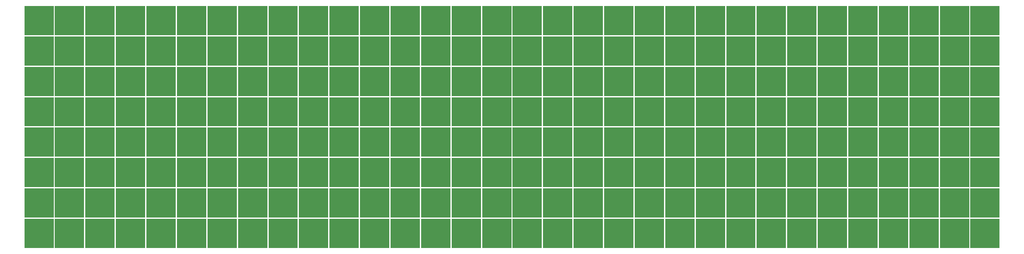
<source format=gts>
G04 #@! TF.GenerationSoftware,KiCad,Pcbnew,6.0.8+dfsg-1~bpo11+1*
G04 #@! TF.CreationDate,2023-05-15T15:28:38-04:00*
G04 #@! TF.ProjectId,07_padded_interleaved_tight,30375f70-6164-4646-9564-5f696e746572,rev?*
G04 #@! TF.SameCoordinates,Original*
G04 #@! TF.FileFunction,Soldermask,Top*
G04 #@! TF.FilePolarity,Negative*
%FSLAX46Y46*%
G04 Gerber Fmt 4.6, Leading zero omitted, Abs format (unit mm)*
G04 Created by KiCad (PCBNEW 6.0.8+dfsg-1~bpo11+1) date 2023-05-15 15:28:38*
%MOMM*%
%LPD*%
G01*
G04 APERTURE LIST*
G04 APERTURE END LIST*
G36*
X63040000Y-73730000D02*
G01*
X68790000Y-73730000D01*
X68790000Y-79480000D01*
X63040000Y-79480000D01*
X63040000Y-73730000D01*
G37*
G36*
X141040000Y-61730000D02*
G01*
X146790000Y-61730000D01*
X146790000Y-67480000D01*
X141040000Y-67480000D01*
X141040000Y-61730000D01*
G37*
G36*
X129040000Y-55730000D02*
G01*
X134790000Y-55730000D01*
X134790000Y-61480000D01*
X129040000Y-61480000D01*
X129040000Y-55730000D01*
G37*
G36*
X189040000Y-73730000D02*
G01*
X194790000Y-73730000D01*
X194790000Y-79480000D01*
X189040000Y-79480000D01*
X189040000Y-73730000D01*
G37*
G36*
X201040000Y-91730000D02*
G01*
X206790000Y-91730000D01*
X206790000Y-97480000D01*
X201040000Y-97480000D01*
X201040000Y-91730000D01*
G37*
G36*
X81040000Y-79730000D02*
G01*
X86790000Y-79730000D01*
X86790000Y-85480000D01*
X81040000Y-85480000D01*
X81040000Y-79730000D01*
G37*
G36*
X111040000Y-85730000D02*
G01*
X116790000Y-85730000D01*
X116790000Y-91480000D01*
X111040000Y-91480000D01*
X111040000Y-85730000D01*
G37*
G36*
X147040000Y-79730000D02*
G01*
X152790000Y-79730000D01*
X152790000Y-85480000D01*
X147040000Y-85480000D01*
X147040000Y-79730000D01*
G37*
G36*
X69040000Y-67730000D02*
G01*
X74790000Y-67730000D01*
X74790000Y-73480000D01*
X69040000Y-73480000D01*
X69040000Y-67730000D01*
G37*
G36*
X231040000Y-67730000D02*
G01*
X236790000Y-67730000D01*
X236790000Y-73480000D01*
X231040000Y-73480000D01*
X231040000Y-67730000D01*
G37*
G36*
X105040000Y-79730000D02*
G01*
X110790000Y-79730000D01*
X110790000Y-85480000D01*
X105040000Y-85480000D01*
X105040000Y-79730000D01*
G37*
G36*
X249040000Y-73730000D02*
G01*
X254790000Y-73730000D01*
X254790000Y-79480000D01*
X249040000Y-79480000D01*
X249040000Y-73730000D01*
G37*
G36*
X105040000Y-91730000D02*
G01*
X110790000Y-91730000D01*
X110790000Y-97480000D01*
X105040000Y-97480000D01*
X105040000Y-91730000D01*
G37*
G36*
X111040000Y-79730000D02*
G01*
X116790000Y-79730000D01*
X116790000Y-85480000D01*
X111040000Y-85480000D01*
X111040000Y-79730000D01*
G37*
G36*
X141040000Y-73730000D02*
G01*
X146790000Y-73730000D01*
X146790000Y-79480000D01*
X141040000Y-79480000D01*
X141040000Y-73730000D01*
G37*
G36*
X195040000Y-61730000D02*
G01*
X200790000Y-61730000D01*
X200790000Y-67480000D01*
X195040000Y-67480000D01*
X195040000Y-61730000D01*
G37*
G36*
X123040000Y-55730000D02*
G01*
X128790000Y-55730000D01*
X128790000Y-61480000D01*
X123040000Y-61480000D01*
X123040000Y-55730000D01*
G37*
G36*
X219040000Y-91730000D02*
G01*
X224790000Y-91730000D01*
X224790000Y-97480000D01*
X219040000Y-97480000D01*
X219040000Y-91730000D01*
G37*
G36*
X153040000Y-73730000D02*
G01*
X158790000Y-73730000D01*
X158790000Y-79480000D01*
X153040000Y-79480000D01*
X153040000Y-73730000D01*
G37*
G36*
X135040000Y-97730000D02*
G01*
X140790000Y-97730000D01*
X140790000Y-103480000D01*
X135040000Y-103480000D01*
X135040000Y-97730000D01*
G37*
G36*
X105040000Y-73730000D02*
G01*
X110790000Y-73730000D01*
X110790000Y-79480000D01*
X105040000Y-79480000D01*
X105040000Y-73730000D01*
G37*
G36*
X207040000Y-91730000D02*
G01*
X212790000Y-91730000D01*
X212790000Y-97480000D01*
X207040000Y-97480000D01*
X207040000Y-91730000D01*
G37*
G36*
X117040000Y-67730000D02*
G01*
X122790000Y-67730000D01*
X122790000Y-73480000D01*
X117040000Y-73480000D01*
X117040000Y-67730000D01*
G37*
G36*
X249040000Y-67730000D02*
G01*
X254790000Y-67730000D01*
X254790000Y-73480000D01*
X249040000Y-73480000D01*
X249040000Y-67730000D01*
G37*
G36*
X117040000Y-73730000D02*
G01*
X122790000Y-73730000D01*
X122790000Y-79480000D01*
X117040000Y-79480000D01*
X117040000Y-73730000D01*
G37*
G36*
X147040000Y-55730000D02*
G01*
X152790000Y-55730000D01*
X152790000Y-61480000D01*
X147040000Y-61480000D01*
X147040000Y-55730000D01*
G37*
G36*
X99040000Y-85730000D02*
G01*
X104790000Y-85730000D01*
X104790000Y-91480000D01*
X99040000Y-91480000D01*
X99040000Y-85730000D01*
G37*
G36*
X177040000Y-67730000D02*
G01*
X182790000Y-67730000D01*
X182790000Y-73480000D01*
X177040000Y-73480000D01*
X177040000Y-67730000D01*
G37*
G36*
X153040000Y-67730000D02*
G01*
X158790000Y-67730000D01*
X158790000Y-73480000D01*
X153040000Y-73480000D01*
X153040000Y-67730000D01*
G37*
G36*
X243040000Y-73730000D02*
G01*
X248790000Y-73730000D01*
X248790000Y-79480000D01*
X243040000Y-79480000D01*
X243040000Y-73730000D01*
G37*
G36*
X93040000Y-97730000D02*
G01*
X98790000Y-97730000D01*
X98790000Y-103480000D01*
X93040000Y-103480000D01*
X93040000Y-97730000D01*
G37*
G36*
X171040000Y-97730000D02*
G01*
X176790000Y-97730000D01*
X176790000Y-103480000D01*
X171040000Y-103480000D01*
X171040000Y-97730000D01*
G37*
G36*
X159040000Y-97730000D02*
G01*
X164790000Y-97730000D01*
X164790000Y-103480000D01*
X159040000Y-103480000D01*
X159040000Y-97730000D01*
G37*
G36*
X177040000Y-85730000D02*
G01*
X182790000Y-85730000D01*
X182790000Y-91480000D01*
X177040000Y-91480000D01*
X177040000Y-85730000D01*
G37*
G36*
X63040000Y-61730000D02*
G01*
X68790000Y-61730000D01*
X68790000Y-67480000D01*
X63040000Y-67480000D01*
X63040000Y-61730000D01*
G37*
G36*
X123040000Y-73730000D02*
G01*
X128790000Y-73730000D01*
X128790000Y-79480000D01*
X123040000Y-79480000D01*
X123040000Y-73730000D01*
G37*
G36*
X195040000Y-73730000D02*
G01*
X200790000Y-73730000D01*
X200790000Y-79480000D01*
X195040000Y-79480000D01*
X195040000Y-73730000D01*
G37*
G36*
X195040000Y-79730000D02*
G01*
X200790000Y-79730000D01*
X200790000Y-85480000D01*
X195040000Y-85480000D01*
X195040000Y-79730000D01*
G37*
G36*
X249040000Y-61730000D02*
G01*
X254790000Y-61730000D01*
X254790000Y-67480000D01*
X249040000Y-67480000D01*
X249040000Y-61730000D01*
G37*
G36*
X213040000Y-79730000D02*
G01*
X218790000Y-79730000D01*
X218790000Y-85480000D01*
X213040000Y-85480000D01*
X213040000Y-79730000D01*
G37*
G36*
X135040000Y-79730000D02*
G01*
X140790000Y-79730000D01*
X140790000Y-85480000D01*
X135040000Y-85480000D01*
X135040000Y-79730000D01*
G37*
G36*
X237040000Y-85730000D02*
G01*
X242790000Y-85730000D01*
X242790000Y-91480000D01*
X237040000Y-91480000D01*
X237040000Y-85730000D01*
G37*
G36*
X69040000Y-91730000D02*
G01*
X74790000Y-91730000D01*
X74790000Y-97480000D01*
X69040000Y-97480000D01*
X69040000Y-91730000D01*
G37*
G36*
X63040000Y-79730000D02*
G01*
X68790000Y-79730000D01*
X68790000Y-85480000D01*
X63040000Y-85480000D01*
X63040000Y-79730000D01*
G37*
G36*
X87040000Y-97730000D02*
G01*
X92790000Y-97730000D01*
X92790000Y-103480000D01*
X87040000Y-103480000D01*
X87040000Y-97730000D01*
G37*
G36*
X201040000Y-79730000D02*
G01*
X206790000Y-79730000D01*
X206790000Y-85480000D01*
X201040000Y-85480000D01*
X201040000Y-79730000D01*
G37*
G36*
X153040000Y-55730000D02*
G01*
X158790000Y-55730000D01*
X158790000Y-61480000D01*
X153040000Y-61480000D01*
X153040000Y-55730000D01*
G37*
G36*
X69040000Y-55730000D02*
G01*
X74790000Y-55730000D01*
X74790000Y-61480000D01*
X69040000Y-61480000D01*
X69040000Y-55730000D01*
G37*
G36*
X225040000Y-97730000D02*
G01*
X230790000Y-97730000D01*
X230790000Y-103480000D01*
X225040000Y-103480000D01*
X225040000Y-97730000D01*
G37*
G36*
X123040000Y-67730000D02*
G01*
X128790000Y-67730000D01*
X128790000Y-73480000D01*
X123040000Y-73480000D01*
X123040000Y-67730000D01*
G37*
G36*
X225040000Y-67730000D02*
G01*
X230790000Y-67730000D01*
X230790000Y-73480000D01*
X225040000Y-73480000D01*
X225040000Y-67730000D01*
G37*
G36*
X99040000Y-97730000D02*
G01*
X104790000Y-97730000D01*
X104790000Y-103480000D01*
X99040000Y-103480000D01*
X99040000Y-97730000D01*
G37*
G36*
X93040000Y-55730000D02*
G01*
X98790000Y-55730000D01*
X98790000Y-61480000D01*
X93040000Y-61480000D01*
X93040000Y-55730000D01*
G37*
G36*
X93040000Y-85730000D02*
G01*
X98790000Y-85730000D01*
X98790000Y-91480000D01*
X93040000Y-91480000D01*
X93040000Y-85730000D01*
G37*
G36*
X123040000Y-91730000D02*
G01*
X128790000Y-91730000D01*
X128790000Y-97480000D01*
X123040000Y-97480000D01*
X123040000Y-91730000D01*
G37*
G36*
X63040000Y-85730000D02*
G01*
X68790000Y-85730000D01*
X68790000Y-91480000D01*
X63040000Y-91480000D01*
X63040000Y-85730000D01*
G37*
G36*
X147040000Y-91730000D02*
G01*
X152790000Y-91730000D01*
X152790000Y-97480000D01*
X147040000Y-97480000D01*
X147040000Y-91730000D01*
G37*
G36*
X231040000Y-55730000D02*
G01*
X236790000Y-55730000D01*
X236790000Y-61480000D01*
X231040000Y-61480000D01*
X231040000Y-55730000D01*
G37*
G36*
X99040000Y-67730000D02*
G01*
X104790000Y-67730000D01*
X104790000Y-73480000D01*
X99040000Y-73480000D01*
X99040000Y-67730000D01*
G37*
G36*
X171040000Y-61730000D02*
G01*
X176790000Y-61730000D01*
X176790000Y-67480000D01*
X171040000Y-67480000D01*
X171040000Y-61730000D01*
G37*
G36*
X87040000Y-79730000D02*
G01*
X92790000Y-79730000D01*
X92790000Y-85480000D01*
X87040000Y-85480000D01*
X87040000Y-79730000D01*
G37*
G36*
X183040000Y-73730000D02*
G01*
X188790000Y-73730000D01*
X188790000Y-79480000D01*
X183040000Y-79480000D01*
X183040000Y-73730000D01*
G37*
G36*
X87040000Y-85730000D02*
G01*
X92790000Y-85730000D01*
X92790000Y-91480000D01*
X87040000Y-91480000D01*
X87040000Y-85730000D01*
G37*
G36*
X213040000Y-61730000D02*
G01*
X218790000Y-61730000D01*
X218790000Y-67480000D01*
X213040000Y-67480000D01*
X213040000Y-61730000D01*
G37*
G36*
X243040000Y-97730000D02*
G01*
X248790000Y-97730000D01*
X248790000Y-103480000D01*
X243040000Y-103480000D01*
X243040000Y-97730000D01*
G37*
G36*
X81040000Y-91730000D02*
G01*
X86790000Y-91730000D01*
X86790000Y-97480000D01*
X81040000Y-97480000D01*
X81040000Y-91730000D01*
G37*
G36*
X63040000Y-91730000D02*
G01*
X68790000Y-91730000D01*
X68790000Y-97480000D01*
X63040000Y-97480000D01*
X63040000Y-91730000D01*
G37*
G36*
X207040000Y-85730000D02*
G01*
X212790000Y-85730000D01*
X212790000Y-91480000D01*
X207040000Y-91480000D01*
X207040000Y-85730000D01*
G37*
G36*
X189040000Y-79730000D02*
G01*
X194790000Y-79730000D01*
X194790000Y-85480000D01*
X189040000Y-85480000D01*
X189040000Y-79730000D01*
G37*
G36*
X153040000Y-85730000D02*
G01*
X158790000Y-85730000D01*
X158790000Y-91480000D01*
X153040000Y-91480000D01*
X153040000Y-85730000D01*
G37*
G36*
X249040000Y-55730000D02*
G01*
X254790000Y-55730000D01*
X254790000Y-61480000D01*
X249040000Y-61480000D01*
X249040000Y-55730000D01*
G37*
G36*
X219040000Y-85730000D02*
G01*
X224790000Y-85730000D01*
X224790000Y-91480000D01*
X219040000Y-91480000D01*
X219040000Y-85730000D01*
G37*
G36*
X81040000Y-55730000D02*
G01*
X86790000Y-55730000D01*
X86790000Y-61480000D01*
X81040000Y-61480000D01*
X81040000Y-55730000D01*
G37*
G36*
X225040000Y-73730000D02*
G01*
X230790000Y-73730000D01*
X230790000Y-79480000D01*
X225040000Y-79480000D01*
X225040000Y-73730000D01*
G37*
G36*
X171040000Y-79730000D02*
G01*
X176790000Y-79730000D01*
X176790000Y-85480000D01*
X171040000Y-85480000D01*
X171040000Y-79730000D01*
G37*
G36*
X243040000Y-85730000D02*
G01*
X248790000Y-85730000D01*
X248790000Y-91480000D01*
X243040000Y-91480000D01*
X243040000Y-85730000D01*
G37*
G36*
X99040000Y-79730000D02*
G01*
X104790000Y-79730000D01*
X104790000Y-85480000D01*
X99040000Y-85480000D01*
X99040000Y-79730000D01*
G37*
G36*
X219040000Y-97730000D02*
G01*
X224790000Y-97730000D01*
X224790000Y-103480000D01*
X219040000Y-103480000D01*
X219040000Y-97730000D01*
G37*
G36*
X249040000Y-91730000D02*
G01*
X254790000Y-91730000D01*
X254790000Y-97480000D01*
X249040000Y-97480000D01*
X249040000Y-91730000D01*
G37*
G36*
X123040000Y-85730000D02*
G01*
X128790000Y-85730000D01*
X128790000Y-91480000D01*
X123040000Y-91480000D01*
X123040000Y-85730000D01*
G37*
G36*
X111040000Y-61730000D02*
G01*
X116790000Y-61730000D01*
X116790000Y-67480000D01*
X111040000Y-67480000D01*
X111040000Y-61730000D01*
G37*
G36*
X81040000Y-61730000D02*
G01*
X86790000Y-61730000D01*
X86790000Y-67480000D01*
X81040000Y-67480000D01*
X81040000Y-61730000D01*
G37*
G36*
X129040000Y-61730000D02*
G01*
X134790000Y-61730000D01*
X134790000Y-67480000D01*
X129040000Y-67480000D01*
X129040000Y-61730000D01*
G37*
G36*
X99040000Y-73730000D02*
G01*
X104790000Y-73730000D01*
X104790000Y-79480000D01*
X99040000Y-79480000D01*
X99040000Y-73730000D01*
G37*
G36*
X141040000Y-97730000D02*
G01*
X146790000Y-97730000D01*
X146790000Y-103480000D01*
X141040000Y-103480000D01*
X141040000Y-97730000D01*
G37*
G36*
X75040000Y-55730000D02*
G01*
X80790000Y-55730000D01*
X80790000Y-61480000D01*
X75040000Y-61480000D01*
X75040000Y-55730000D01*
G37*
G36*
X117040000Y-61730000D02*
G01*
X122790000Y-61730000D01*
X122790000Y-67480000D01*
X117040000Y-67480000D01*
X117040000Y-61730000D01*
G37*
G36*
X135040000Y-67730000D02*
G01*
X140790000Y-67730000D01*
X140790000Y-73480000D01*
X135040000Y-73480000D01*
X135040000Y-67730000D01*
G37*
G36*
X87040000Y-73730000D02*
G01*
X92790000Y-73730000D01*
X92790000Y-79480000D01*
X87040000Y-79480000D01*
X87040000Y-73730000D01*
G37*
G36*
X225040000Y-85730000D02*
G01*
X230790000Y-85730000D01*
X230790000Y-91480000D01*
X225040000Y-91480000D01*
X225040000Y-85730000D01*
G37*
G36*
X123040000Y-97730000D02*
G01*
X128790000Y-97730000D01*
X128790000Y-103480000D01*
X123040000Y-103480000D01*
X123040000Y-97730000D01*
G37*
G36*
X243040000Y-61730000D02*
G01*
X248790000Y-61730000D01*
X248790000Y-67480000D01*
X243040000Y-67480000D01*
X243040000Y-61730000D01*
G37*
G36*
X213040000Y-67730000D02*
G01*
X218790000Y-67730000D01*
X218790000Y-73480000D01*
X213040000Y-73480000D01*
X213040000Y-67730000D01*
G37*
G36*
X111040000Y-55730000D02*
G01*
X116790000Y-55730000D01*
X116790000Y-61480000D01*
X111040000Y-61480000D01*
X111040000Y-55730000D01*
G37*
G36*
X141040000Y-67730000D02*
G01*
X146790000Y-67730000D01*
X146790000Y-73480000D01*
X141040000Y-73480000D01*
X141040000Y-67730000D01*
G37*
G36*
X69040000Y-85730000D02*
G01*
X74790000Y-85730000D01*
X74790000Y-91480000D01*
X69040000Y-91480000D01*
X69040000Y-85730000D01*
G37*
G36*
X237040000Y-55730000D02*
G01*
X242790000Y-55730000D01*
X242790000Y-61480000D01*
X237040000Y-61480000D01*
X237040000Y-55730000D01*
G37*
G36*
X177040000Y-97730000D02*
G01*
X182790000Y-97730000D01*
X182790000Y-103480000D01*
X177040000Y-103480000D01*
X177040000Y-97730000D01*
G37*
G36*
X219040000Y-61730000D02*
G01*
X224790000Y-61730000D01*
X224790000Y-67480000D01*
X219040000Y-67480000D01*
X219040000Y-61730000D01*
G37*
G36*
X213040000Y-91730000D02*
G01*
X218790000Y-91730000D01*
X218790000Y-97480000D01*
X213040000Y-97480000D01*
X213040000Y-91730000D01*
G37*
G36*
X147040000Y-97730000D02*
G01*
X152790000Y-97730000D01*
X152790000Y-103480000D01*
X147040000Y-103480000D01*
X147040000Y-97730000D01*
G37*
G36*
X237040000Y-73730000D02*
G01*
X242790000Y-73730000D01*
X242790000Y-79480000D01*
X237040000Y-79480000D01*
X237040000Y-73730000D01*
G37*
G36*
X207040000Y-79730000D02*
G01*
X212790000Y-79730000D01*
X212790000Y-85480000D01*
X207040000Y-85480000D01*
X207040000Y-79730000D01*
G37*
G36*
X171040000Y-85730000D02*
G01*
X176790000Y-85730000D01*
X176790000Y-91480000D01*
X171040000Y-91480000D01*
X171040000Y-85730000D01*
G37*
G36*
X159040000Y-79730000D02*
G01*
X164790000Y-79730000D01*
X164790000Y-85480000D01*
X159040000Y-85480000D01*
X159040000Y-79730000D01*
G37*
G36*
X81040000Y-73730000D02*
G01*
X86790000Y-73730000D01*
X86790000Y-79480000D01*
X81040000Y-79480000D01*
X81040000Y-73730000D01*
G37*
G36*
X195040000Y-97730000D02*
G01*
X200790000Y-97730000D01*
X200790000Y-103480000D01*
X195040000Y-103480000D01*
X195040000Y-97730000D01*
G37*
G36*
X141040000Y-79730000D02*
G01*
X146790000Y-79730000D01*
X146790000Y-85480000D01*
X141040000Y-85480000D01*
X141040000Y-79730000D01*
G37*
G36*
X225040000Y-55730000D02*
G01*
X230790000Y-55730000D01*
X230790000Y-61480000D01*
X225040000Y-61480000D01*
X225040000Y-55730000D01*
G37*
G36*
X165040000Y-61730000D02*
G01*
X170790000Y-61730000D01*
X170790000Y-67480000D01*
X165040000Y-67480000D01*
X165040000Y-61730000D01*
G37*
G36*
X219040000Y-67730000D02*
G01*
X224790000Y-67730000D01*
X224790000Y-73480000D01*
X219040000Y-73480000D01*
X219040000Y-67730000D01*
G37*
G36*
X177040000Y-79730000D02*
G01*
X182790000Y-79730000D01*
X182790000Y-85480000D01*
X177040000Y-85480000D01*
X177040000Y-79730000D01*
G37*
G36*
X105040000Y-61730000D02*
G01*
X110790000Y-61730000D01*
X110790000Y-67480000D01*
X105040000Y-67480000D01*
X105040000Y-61730000D01*
G37*
G36*
X153040000Y-97730000D02*
G01*
X158790000Y-97730000D01*
X158790000Y-103480000D01*
X153040000Y-103480000D01*
X153040000Y-97730000D01*
G37*
G36*
X123040000Y-79730000D02*
G01*
X128790000Y-79730000D01*
X128790000Y-85480000D01*
X123040000Y-85480000D01*
X123040000Y-79730000D01*
G37*
G36*
X69040000Y-97730000D02*
G01*
X74790000Y-97730000D01*
X74790000Y-103480000D01*
X69040000Y-103480000D01*
X69040000Y-97730000D01*
G37*
G36*
X159040000Y-91730000D02*
G01*
X164790000Y-91730000D01*
X164790000Y-97480000D01*
X159040000Y-97480000D01*
X159040000Y-91730000D01*
G37*
G36*
X165040000Y-73730000D02*
G01*
X170790000Y-73730000D01*
X170790000Y-79480000D01*
X165040000Y-79480000D01*
X165040000Y-73730000D01*
G37*
G36*
X117040000Y-85730000D02*
G01*
X122790000Y-85730000D01*
X122790000Y-91480000D01*
X117040000Y-91480000D01*
X117040000Y-85730000D01*
G37*
G36*
X117040000Y-97730000D02*
G01*
X122790000Y-97730000D01*
X122790000Y-103480000D01*
X117040000Y-103480000D01*
X117040000Y-97730000D01*
G37*
G36*
X63040000Y-67730000D02*
G01*
X68790000Y-67730000D01*
X68790000Y-73480000D01*
X63040000Y-73480000D01*
X63040000Y-67730000D01*
G37*
G36*
X225040000Y-61730000D02*
G01*
X230790000Y-61730000D01*
X230790000Y-67480000D01*
X225040000Y-67480000D01*
X225040000Y-61730000D01*
G37*
G36*
X213040000Y-85730000D02*
G01*
X218790000Y-85730000D01*
X218790000Y-91480000D01*
X213040000Y-91480000D01*
X213040000Y-85730000D01*
G37*
G36*
X159040000Y-67730000D02*
G01*
X164790000Y-67730000D01*
X164790000Y-73480000D01*
X159040000Y-73480000D01*
X159040000Y-67730000D01*
G37*
G36*
X183040000Y-61730000D02*
G01*
X188790000Y-61730000D01*
X188790000Y-67480000D01*
X183040000Y-67480000D01*
X183040000Y-61730000D01*
G37*
G36*
X69040000Y-79730000D02*
G01*
X74790000Y-79730000D01*
X74790000Y-85480000D01*
X69040000Y-85480000D01*
X69040000Y-79730000D01*
G37*
G36*
X81040000Y-97730000D02*
G01*
X86790000Y-97730000D01*
X86790000Y-103480000D01*
X81040000Y-103480000D01*
X81040000Y-97730000D01*
G37*
G36*
X183040000Y-91730000D02*
G01*
X188790000Y-91730000D01*
X188790000Y-97480000D01*
X183040000Y-97480000D01*
X183040000Y-91730000D01*
G37*
G36*
X213040000Y-73730000D02*
G01*
X218790000Y-73730000D01*
X218790000Y-79480000D01*
X213040000Y-79480000D01*
X213040000Y-73730000D01*
G37*
G36*
X99040000Y-55730000D02*
G01*
X104790000Y-55730000D01*
X104790000Y-61480000D01*
X99040000Y-61480000D01*
X99040000Y-55730000D01*
G37*
G36*
X177040000Y-55730000D02*
G01*
X182790000Y-55730000D01*
X182790000Y-61480000D01*
X177040000Y-61480000D01*
X177040000Y-55730000D01*
G37*
G36*
X189040000Y-91730000D02*
G01*
X194790000Y-91730000D01*
X194790000Y-97480000D01*
X189040000Y-97480000D01*
X189040000Y-91730000D01*
G37*
G36*
X147040000Y-85730000D02*
G01*
X152790000Y-85730000D01*
X152790000Y-91480000D01*
X147040000Y-91480000D01*
X147040000Y-85730000D01*
G37*
G36*
X231040000Y-73730000D02*
G01*
X236790000Y-73730000D01*
X236790000Y-79480000D01*
X231040000Y-79480000D01*
X231040000Y-73730000D01*
G37*
G36*
X129040000Y-91730000D02*
G01*
X134790000Y-91730000D01*
X134790000Y-97480000D01*
X129040000Y-97480000D01*
X129040000Y-91730000D01*
G37*
G36*
X75040000Y-97730000D02*
G01*
X80790000Y-97730000D01*
X80790000Y-103480000D01*
X75040000Y-103480000D01*
X75040000Y-97730000D01*
G37*
G36*
X99040000Y-91730000D02*
G01*
X104790000Y-91730000D01*
X104790000Y-97480000D01*
X99040000Y-97480000D01*
X99040000Y-91730000D01*
G37*
G36*
X237040000Y-67730000D02*
G01*
X242790000Y-67730000D01*
X242790000Y-73480000D01*
X237040000Y-73480000D01*
X237040000Y-67730000D01*
G37*
G36*
X189040000Y-67730000D02*
G01*
X194790000Y-67730000D01*
X194790000Y-73480000D01*
X189040000Y-73480000D01*
X189040000Y-67730000D01*
G37*
G36*
X63040000Y-97730000D02*
G01*
X68790000Y-97730000D01*
X68790000Y-103480000D01*
X63040000Y-103480000D01*
X63040000Y-97730000D01*
G37*
G36*
X177040000Y-91730000D02*
G01*
X182790000Y-91730000D01*
X182790000Y-97480000D01*
X177040000Y-97480000D01*
X177040000Y-91730000D01*
G37*
G36*
X159040000Y-61730000D02*
G01*
X164790000Y-61730000D01*
X164790000Y-67480000D01*
X159040000Y-67480000D01*
X159040000Y-61730000D01*
G37*
G36*
X129040000Y-73730000D02*
G01*
X134790000Y-73730000D01*
X134790000Y-79480000D01*
X129040000Y-79480000D01*
X129040000Y-73730000D01*
G37*
G36*
X207040000Y-97730000D02*
G01*
X212790000Y-97730000D01*
X212790000Y-103480000D01*
X207040000Y-103480000D01*
X207040000Y-97730000D01*
G37*
G36*
X87040000Y-61730000D02*
G01*
X92790000Y-61730000D01*
X92790000Y-67480000D01*
X87040000Y-67480000D01*
X87040000Y-61730000D01*
G37*
G36*
X249040000Y-79730000D02*
G01*
X254790000Y-79730000D01*
X254790000Y-85480000D01*
X249040000Y-85480000D01*
X249040000Y-79730000D01*
G37*
G36*
X111040000Y-91730000D02*
G01*
X116790000Y-91730000D01*
X116790000Y-97480000D01*
X111040000Y-97480000D01*
X111040000Y-91730000D01*
G37*
G36*
X243040000Y-79730000D02*
G01*
X248790000Y-79730000D01*
X248790000Y-85480000D01*
X243040000Y-85480000D01*
X243040000Y-79730000D01*
G37*
G36*
X105040000Y-85730000D02*
G01*
X110790000Y-85730000D01*
X110790000Y-91480000D01*
X105040000Y-91480000D01*
X105040000Y-85730000D01*
G37*
G36*
X195040000Y-85730000D02*
G01*
X200790000Y-85730000D01*
X200790000Y-91480000D01*
X195040000Y-91480000D01*
X195040000Y-85730000D01*
G37*
G36*
X87040000Y-55730000D02*
G01*
X92790000Y-55730000D01*
X92790000Y-61480000D01*
X87040000Y-61480000D01*
X87040000Y-55730000D01*
G37*
G36*
X117040000Y-55730000D02*
G01*
X122790000Y-55730000D01*
X122790000Y-61480000D01*
X117040000Y-61480000D01*
X117040000Y-55730000D01*
G37*
G36*
X183040000Y-55730000D02*
G01*
X188790000Y-55730000D01*
X188790000Y-61480000D01*
X183040000Y-61480000D01*
X183040000Y-55730000D01*
G37*
G36*
X147040000Y-67730000D02*
G01*
X152790000Y-67730000D01*
X152790000Y-73480000D01*
X147040000Y-73480000D01*
X147040000Y-67730000D01*
G37*
G36*
X183040000Y-79730000D02*
G01*
X188790000Y-79730000D01*
X188790000Y-85480000D01*
X183040000Y-85480000D01*
X183040000Y-79730000D01*
G37*
G36*
X189040000Y-55730000D02*
G01*
X194790000Y-55730000D01*
X194790000Y-61480000D01*
X189040000Y-61480000D01*
X189040000Y-55730000D01*
G37*
G36*
X111040000Y-73730000D02*
G01*
X116790000Y-73730000D01*
X116790000Y-79480000D01*
X111040000Y-79480000D01*
X111040000Y-73730000D01*
G37*
G36*
X237040000Y-97730000D02*
G01*
X242790000Y-97730000D01*
X242790000Y-103480000D01*
X237040000Y-103480000D01*
X237040000Y-97730000D01*
G37*
G36*
X237040000Y-61730000D02*
G01*
X242790000Y-61730000D01*
X242790000Y-67480000D01*
X237040000Y-67480000D01*
X237040000Y-61730000D01*
G37*
G36*
X231040000Y-85730000D02*
G01*
X236790000Y-85730000D01*
X236790000Y-91480000D01*
X231040000Y-91480000D01*
X231040000Y-85730000D01*
G37*
G36*
X189040000Y-97730000D02*
G01*
X194790000Y-97730000D01*
X194790000Y-103480000D01*
X189040000Y-103480000D01*
X189040000Y-97730000D01*
G37*
G36*
X141040000Y-85730000D02*
G01*
X146790000Y-85730000D01*
X146790000Y-91480000D01*
X141040000Y-91480000D01*
X141040000Y-85730000D01*
G37*
G36*
X165040000Y-55730000D02*
G01*
X170790000Y-55730000D01*
X170790000Y-61480000D01*
X165040000Y-61480000D01*
X165040000Y-55730000D01*
G37*
G36*
X249040000Y-97730000D02*
G01*
X254790000Y-97730000D01*
X254790000Y-103480000D01*
X249040000Y-103480000D01*
X249040000Y-97730000D01*
G37*
G36*
X81040000Y-85730000D02*
G01*
X86790000Y-85730000D01*
X86790000Y-91480000D01*
X81040000Y-91480000D01*
X81040000Y-85730000D01*
G37*
G36*
X171040000Y-55730000D02*
G01*
X176790000Y-55730000D01*
X176790000Y-61480000D01*
X171040000Y-61480000D01*
X171040000Y-55730000D01*
G37*
G36*
X231040000Y-61730000D02*
G01*
X236790000Y-61730000D01*
X236790000Y-67480000D01*
X231040000Y-67480000D01*
X231040000Y-61730000D01*
G37*
G36*
X69040000Y-73730000D02*
G01*
X74790000Y-73730000D01*
X74790000Y-79480000D01*
X69040000Y-79480000D01*
X69040000Y-73730000D01*
G37*
G36*
X219040000Y-55730000D02*
G01*
X224790000Y-55730000D01*
X224790000Y-61480000D01*
X219040000Y-61480000D01*
X219040000Y-55730000D01*
G37*
G36*
X183040000Y-85730000D02*
G01*
X188790000Y-85730000D01*
X188790000Y-91480000D01*
X183040000Y-91480000D01*
X183040000Y-85730000D01*
G37*
G36*
X75040000Y-61730000D02*
G01*
X80790000Y-61730000D01*
X80790000Y-67480000D01*
X75040000Y-67480000D01*
X75040000Y-61730000D01*
G37*
G36*
X243040000Y-55730000D02*
G01*
X248790000Y-55730000D01*
X248790000Y-61480000D01*
X243040000Y-61480000D01*
X243040000Y-55730000D01*
G37*
G36*
X69040000Y-61730000D02*
G01*
X74790000Y-61730000D01*
X74790000Y-67480000D01*
X69040000Y-67480000D01*
X69040000Y-61730000D01*
G37*
G36*
X105040000Y-55730000D02*
G01*
X110790000Y-55730000D01*
X110790000Y-61480000D01*
X105040000Y-61480000D01*
X105040000Y-55730000D01*
G37*
G36*
X213040000Y-97730000D02*
G01*
X218790000Y-97730000D01*
X218790000Y-103480000D01*
X213040000Y-103480000D01*
X213040000Y-97730000D01*
G37*
G36*
X165040000Y-79730000D02*
G01*
X170790000Y-79730000D01*
X170790000Y-85480000D01*
X165040000Y-85480000D01*
X165040000Y-79730000D01*
G37*
G36*
X75040000Y-73730000D02*
G01*
X80790000Y-73730000D01*
X80790000Y-79480000D01*
X75040000Y-79480000D01*
X75040000Y-73730000D01*
G37*
G36*
X75040000Y-91730000D02*
G01*
X80790000Y-91730000D01*
X80790000Y-97480000D01*
X75040000Y-97480000D01*
X75040000Y-91730000D01*
G37*
G36*
X177040000Y-61730000D02*
G01*
X182790000Y-61730000D01*
X182790000Y-67480000D01*
X177040000Y-67480000D01*
X177040000Y-61730000D01*
G37*
G36*
X165040000Y-85730000D02*
G01*
X170790000Y-85730000D01*
X170790000Y-91480000D01*
X165040000Y-91480000D01*
X165040000Y-85730000D01*
G37*
G36*
X153040000Y-91730000D02*
G01*
X158790000Y-91730000D01*
X158790000Y-97480000D01*
X153040000Y-97480000D01*
X153040000Y-91730000D01*
G37*
G36*
X159040000Y-55730000D02*
G01*
X164790000Y-55730000D01*
X164790000Y-61480000D01*
X159040000Y-61480000D01*
X159040000Y-55730000D01*
G37*
G36*
X147040000Y-61730000D02*
G01*
X152790000Y-61730000D01*
X152790000Y-67480000D01*
X147040000Y-67480000D01*
X147040000Y-61730000D01*
G37*
G36*
X195040000Y-91730000D02*
G01*
X200790000Y-91730000D01*
X200790000Y-97480000D01*
X195040000Y-97480000D01*
X195040000Y-91730000D01*
G37*
G36*
X189040000Y-61730000D02*
G01*
X194790000Y-61730000D01*
X194790000Y-67480000D01*
X189040000Y-67480000D01*
X189040000Y-61730000D01*
G37*
G36*
X129040000Y-67730000D02*
G01*
X134790000Y-67730000D01*
X134790000Y-73480000D01*
X129040000Y-73480000D01*
X129040000Y-67730000D01*
G37*
G36*
X201040000Y-73730000D02*
G01*
X206790000Y-73730000D01*
X206790000Y-79480000D01*
X201040000Y-79480000D01*
X201040000Y-73730000D01*
G37*
G36*
X135040000Y-55730000D02*
G01*
X140790000Y-55730000D01*
X140790000Y-61480000D01*
X135040000Y-61480000D01*
X135040000Y-55730000D01*
G37*
G36*
X129040000Y-97730000D02*
G01*
X134790000Y-97730000D01*
X134790000Y-103480000D01*
X129040000Y-103480000D01*
X129040000Y-97730000D01*
G37*
G36*
X237040000Y-79730000D02*
G01*
X242790000Y-79730000D01*
X242790000Y-85480000D01*
X237040000Y-85480000D01*
X237040000Y-79730000D01*
G37*
G36*
X189040000Y-85730000D02*
G01*
X194790000Y-85730000D01*
X194790000Y-91480000D01*
X189040000Y-91480000D01*
X189040000Y-85730000D01*
G37*
G36*
X243040000Y-67730000D02*
G01*
X248790000Y-67730000D01*
X248790000Y-73480000D01*
X243040000Y-73480000D01*
X243040000Y-67730000D01*
G37*
G36*
X63040000Y-55730000D02*
G01*
X68790000Y-55730000D01*
X68790000Y-61480000D01*
X63040000Y-61480000D01*
X63040000Y-55730000D01*
G37*
G36*
X207040000Y-73730000D02*
G01*
X212790000Y-73730000D01*
X212790000Y-79480000D01*
X207040000Y-79480000D01*
X207040000Y-73730000D01*
G37*
G36*
X105040000Y-67730000D02*
G01*
X110790000Y-67730000D01*
X110790000Y-73480000D01*
X105040000Y-73480000D01*
X105040000Y-67730000D01*
G37*
G36*
X213040000Y-55730000D02*
G01*
X218790000Y-55730000D01*
X218790000Y-61480000D01*
X213040000Y-61480000D01*
X213040000Y-55730000D01*
G37*
G36*
X207040000Y-61730000D02*
G01*
X212790000Y-61730000D01*
X212790000Y-67480000D01*
X207040000Y-67480000D01*
X207040000Y-61730000D01*
G37*
G36*
X243040000Y-91730000D02*
G01*
X248790000Y-91730000D01*
X248790000Y-97480000D01*
X243040000Y-97480000D01*
X243040000Y-91730000D01*
G37*
G36*
X75040000Y-85730000D02*
G01*
X80790000Y-85730000D01*
X80790000Y-91480000D01*
X75040000Y-91480000D01*
X75040000Y-85730000D01*
G37*
G36*
X135040000Y-91730000D02*
G01*
X140790000Y-91730000D01*
X140790000Y-97480000D01*
X135040000Y-97480000D01*
X135040000Y-91730000D01*
G37*
G36*
X159040000Y-73730000D02*
G01*
X164790000Y-73730000D01*
X164790000Y-79480000D01*
X159040000Y-79480000D01*
X159040000Y-73730000D01*
G37*
G36*
X81040000Y-67730000D02*
G01*
X86790000Y-67730000D01*
X86790000Y-73480000D01*
X81040000Y-73480000D01*
X81040000Y-67730000D01*
G37*
G36*
X207040000Y-67730000D02*
G01*
X212790000Y-67730000D01*
X212790000Y-73480000D01*
X207040000Y-73480000D01*
X207040000Y-67730000D01*
G37*
G36*
X117040000Y-79730000D02*
G01*
X122790000Y-79730000D01*
X122790000Y-85480000D01*
X117040000Y-85480000D01*
X117040000Y-79730000D01*
G37*
G36*
X231040000Y-91730000D02*
G01*
X236790000Y-91730000D01*
X236790000Y-97480000D01*
X231040000Y-97480000D01*
X231040000Y-91730000D01*
G37*
G36*
X147040000Y-73730000D02*
G01*
X152790000Y-73730000D01*
X152790000Y-79480000D01*
X147040000Y-79480000D01*
X147040000Y-73730000D01*
G37*
G36*
X153040000Y-61730000D02*
G01*
X158790000Y-61730000D01*
X158790000Y-67480000D01*
X153040000Y-67480000D01*
X153040000Y-61730000D01*
G37*
G36*
X93040000Y-79730000D02*
G01*
X98790000Y-79730000D01*
X98790000Y-85480000D01*
X93040000Y-85480000D01*
X93040000Y-79730000D01*
G37*
G36*
X249040000Y-85730000D02*
G01*
X254790000Y-85730000D01*
X254790000Y-91480000D01*
X249040000Y-91480000D01*
X249040000Y-85730000D01*
G37*
G36*
X183040000Y-97730000D02*
G01*
X188790000Y-97730000D01*
X188790000Y-103480000D01*
X183040000Y-103480000D01*
X183040000Y-97730000D01*
G37*
G36*
X165040000Y-97730000D02*
G01*
X170790000Y-97730000D01*
X170790000Y-103480000D01*
X165040000Y-103480000D01*
X165040000Y-97730000D01*
G37*
G36*
X225040000Y-91730000D02*
G01*
X230790000Y-91730000D01*
X230790000Y-97480000D01*
X225040000Y-97480000D01*
X225040000Y-91730000D01*
G37*
G36*
X135040000Y-85730000D02*
G01*
X140790000Y-85730000D01*
X140790000Y-91480000D01*
X135040000Y-91480000D01*
X135040000Y-85730000D01*
G37*
G36*
X201040000Y-67730000D02*
G01*
X206790000Y-67730000D01*
X206790000Y-73480000D01*
X201040000Y-73480000D01*
X201040000Y-67730000D01*
G37*
G36*
X123040000Y-61730000D02*
G01*
X128790000Y-61730000D01*
X128790000Y-67480000D01*
X123040000Y-67480000D01*
X123040000Y-61730000D01*
G37*
G36*
X195040000Y-67730000D02*
G01*
X200790000Y-67730000D01*
X200790000Y-73480000D01*
X195040000Y-73480000D01*
X195040000Y-67730000D01*
G37*
G36*
X99040000Y-61730000D02*
G01*
X104790000Y-61730000D01*
X104790000Y-67480000D01*
X99040000Y-67480000D01*
X99040000Y-61730000D01*
G37*
G36*
X183040000Y-67730000D02*
G01*
X188790000Y-67730000D01*
X188790000Y-73480000D01*
X183040000Y-73480000D01*
X183040000Y-67730000D01*
G37*
G36*
X177040000Y-73730000D02*
G01*
X182790000Y-73730000D01*
X182790000Y-79480000D01*
X177040000Y-79480000D01*
X177040000Y-73730000D01*
G37*
G36*
X165040000Y-91730000D02*
G01*
X170790000Y-91730000D01*
X170790000Y-97480000D01*
X165040000Y-97480000D01*
X165040000Y-91730000D01*
G37*
G36*
X165040000Y-67730000D02*
G01*
X170790000Y-67730000D01*
X170790000Y-73480000D01*
X165040000Y-73480000D01*
X165040000Y-67730000D01*
G37*
G36*
X141040000Y-55730000D02*
G01*
X146790000Y-55730000D01*
X146790000Y-61480000D01*
X141040000Y-61480000D01*
X141040000Y-55730000D01*
G37*
G36*
X195040000Y-55730000D02*
G01*
X200790000Y-55730000D01*
X200790000Y-61480000D01*
X195040000Y-61480000D01*
X195040000Y-55730000D01*
G37*
G36*
X93040000Y-73730000D02*
G01*
X98790000Y-73730000D01*
X98790000Y-79480000D01*
X93040000Y-79480000D01*
X93040000Y-73730000D01*
G37*
G36*
X207040000Y-55730000D02*
G01*
X212790000Y-55730000D01*
X212790000Y-61480000D01*
X207040000Y-61480000D01*
X207040000Y-55730000D01*
G37*
G36*
X135040000Y-73730000D02*
G01*
X140790000Y-73730000D01*
X140790000Y-79480000D01*
X135040000Y-79480000D01*
X135040000Y-73730000D01*
G37*
G36*
X171040000Y-67730000D02*
G01*
X176790000Y-67730000D01*
X176790000Y-73480000D01*
X171040000Y-73480000D01*
X171040000Y-67730000D01*
G37*
G36*
X153040000Y-79730000D02*
G01*
X158790000Y-79730000D01*
X158790000Y-85480000D01*
X153040000Y-85480000D01*
X153040000Y-79730000D01*
G37*
G36*
X93040000Y-67730000D02*
G01*
X98790000Y-67730000D01*
X98790000Y-73480000D01*
X93040000Y-73480000D01*
X93040000Y-67730000D01*
G37*
G36*
X93040000Y-61730000D02*
G01*
X98790000Y-61730000D01*
X98790000Y-67480000D01*
X93040000Y-67480000D01*
X93040000Y-61730000D01*
G37*
G36*
X159040000Y-85730000D02*
G01*
X164790000Y-85730000D01*
X164790000Y-91480000D01*
X159040000Y-91480000D01*
X159040000Y-85730000D01*
G37*
G36*
X87040000Y-91730000D02*
G01*
X92790000Y-91730000D01*
X92790000Y-97480000D01*
X87040000Y-97480000D01*
X87040000Y-91730000D01*
G37*
G36*
X141040000Y-91730000D02*
G01*
X146790000Y-91730000D01*
X146790000Y-97480000D01*
X141040000Y-97480000D01*
X141040000Y-91730000D01*
G37*
G36*
X111040000Y-97730000D02*
G01*
X116790000Y-97730000D01*
X116790000Y-103480000D01*
X111040000Y-103480000D01*
X111040000Y-97730000D01*
G37*
G36*
X225040000Y-79730000D02*
G01*
X230790000Y-79730000D01*
X230790000Y-85480000D01*
X225040000Y-85480000D01*
X225040000Y-79730000D01*
G37*
G36*
X105040000Y-97730000D02*
G01*
X110790000Y-97730000D01*
X110790000Y-103480000D01*
X105040000Y-103480000D01*
X105040000Y-97730000D01*
G37*
G36*
X231040000Y-79730000D02*
G01*
X236790000Y-79730000D01*
X236790000Y-85480000D01*
X231040000Y-85480000D01*
X231040000Y-79730000D01*
G37*
G36*
X75040000Y-67730000D02*
G01*
X80790000Y-67730000D01*
X80790000Y-73480000D01*
X75040000Y-73480000D01*
X75040000Y-67730000D01*
G37*
G36*
X237040000Y-91730000D02*
G01*
X242790000Y-91730000D01*
X242790000Y-97480000D01*
X237040000Y-97480000D01*
X237040000Y-91730000D01*
G37*
G36*
X171040000Y-91730000D02*
G01*
X176790000Y-91730000D01*
X176790000Y-97480000D01*
X171040000Y-97480000D01*
X171040000Y-91730000D01*
G37*
G36*
X117040000Y-91730000D02*
G01*
X122790000Y-91730000D01*
X122790000Y-97480000D01*
X117040000Y-97480000D01*
X117040000Y-91730000D01*
G37*
G36*
X201040000Y-85730000D02*
G01*
X206790000Y-85730000D01*
X206790000Y-91480000D01*
X201040000Y-91480000D01*
X201040000Y-85730000D01*
G37*
G36*
X201040000Y-97730000D02*
G01*
X206790000Y-97730000D01*
X206790000Y-103480000D01*
X201040000Y-103480000D01*
X201040000Y-97730000D01*
G37*
G36*
X135040000Y-61730000D02*
G01*
X140790000Y-61730000D01*
X140790000Y-67480000D01*
X135040000Y-67480000D01*
X135040000Y-61730000D01*
G37*
G36*
X201040000Y-61730000D02*
G01*
X206790000Y-61730000D01*
X206790000Y-67480000D01*
X201040000Y-67480000D01*
X201040000Y-61730000D01*
G37*
G36*
X129040000Y-79730000D02*
G01*
X134790000Y-79730000D01*
X134790000Y-85480000D01*
X129040000Y-85480000D01*
X129040000Y-79730000D01*
G37*
G36*
X171040000Y-73730000D02*
G01*
X176790000Y-73730000D01*
X176790000Y-79480000D01*
X171040000Y-79480000D01*
X171040000Y-73730000D01*
G37*
G36*
X219040000Y-73730000D02*
G01*
X224790000Y-73730000D01*
X224790000Y-79480000D01*
X219040000Y-79480000D01*
X219040000Y-73730000D01*
G37*
G36*
X231040000Y-97730000D02*
G01*
X236790000Y-97730000D01*
X236790000Y-103480000D01*
X231040000Y-103480000D01*
X231040000Y-97730000D01*
G37*
G36*
X201040000Y-55730000D02*
G01*
X206790000Y-55730000D01*
X206790000Y-61480000D01*
X201040000Y-61480000D01*
X201040000Y-55730000D01*
G37*
G36*
X75040000Y-79730000D02*
G01*
X80790000Y-79730000D01*
X80790000Y-85480000D01*
X75040000Y-85480000D01*
X75040000Y-79730000D01*
G37*
G36*
X87040000Y-67730000D02*
G01*
X92790000Y-67730000D01*
X92790000Y-73480000D01*
X87040000Y-73480000D01*
X87040000Y-67730000D01*
G37*
G36*
X219040000Y-79730000D02*
G01*
X224790000Y-79730000D01*
X224790000Y-85480000D01*
X219040000Y-85480000D01*
X219040000Y-79730000D01*
G37*
G36*
X129040000Y-85730000D02*
G01*
X134790000Y-85730000D01*
X134790000Y-91480000D01*
X129040000Y-91480000D01*
X129040000Y-85730000D01*
G37*
G36*
X93040000Y-91730000D02*
G01*
X98790000Y-91730000D01*
X98790000Y-97480000D01*
X93040000Y-97480000D01*
X93040000Y-91730000D01*
G37*
G36*
X111040000Y-67730000D02*
G01*
X116790000Y-67730000D01*
X116790000Y-73480000D01*
X111040000Y-73480000D01*
X111040000Y-67730000D01*
G37*
M02*

</source>
